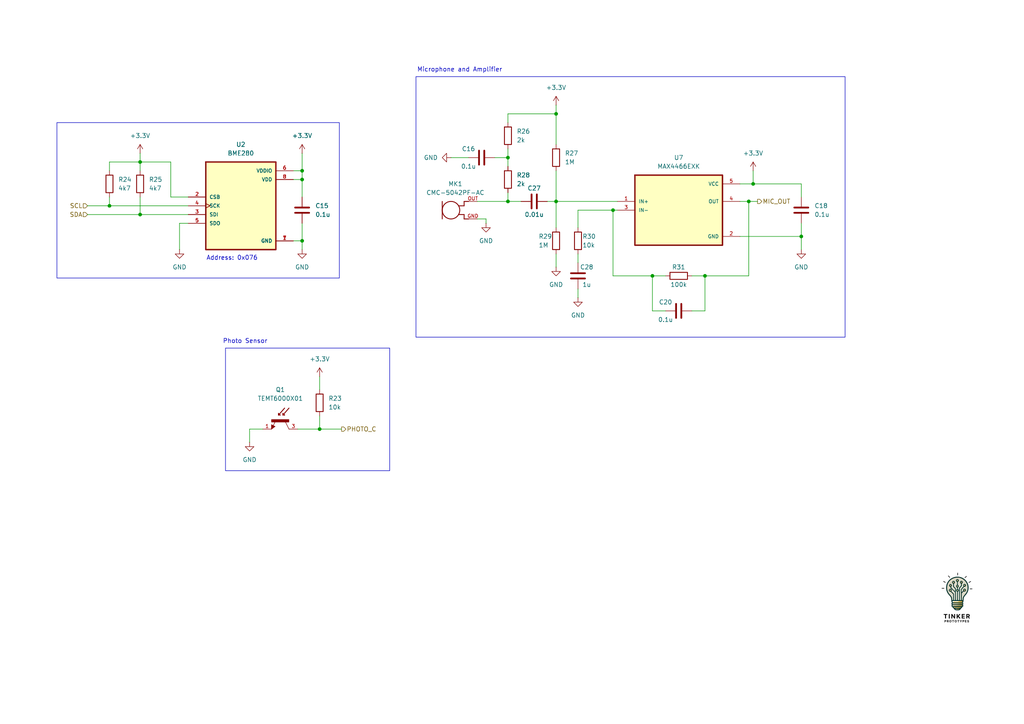
<source format=kicad_sch>
(kicad_sch (version 20250114) (generator "eeschema") (generator_version "9.0")
  (paper "A4")
  (title_block (title "Sensors") (date "2025-05-22") (rev "1") (company "Tinker Prototypes"))
  (lib_symbols
    (symbol "BME280:BME280" (pin_names (offset 1.016))
      (property "Reference" "U" (at -10.1662 13.3431 0))
      (property "Value" "BME280" (at -10.1683 -15.2524 0))
      (symbol "BME280_0_0"
        (rectangle (start -10.16 -12.7) (end 10.16 12.7) (stroke (width 0.4064)) (fill (type background)))
        (pin input line (at -15.24 2.54 0) (length 5.08) (name "CSB") (number "2"))
        (pin input clock (at -15.24 0 0) (length 5.08) (name "SCK") (number "4"))
        (pin bidirectional line (at -15.24 -2.54 0) (length 5.08) (name "SDI") (number "3"))
        (pin bidirectional line (at -15.24 -5.08 0) (length 5.08) (name "SDO") (number "5"))
        (pin power_in line (at 15.24 10.16 180) (length 5.08) (name "VDDIO") (number "6"))
        (pin power_in line (at 15.24 7.62 180) (length 5.08) (name "VDD") (number "8"))
        (pin power_in line (at 15.24 -10.16 180) (length 5.08) (name "GND") (number "1"))
        (pin power_in line (at 15.24 -10.16 180) (length 5.08) (name "GND") (number "7"))
      )
    )
    (symbol "CMC-5042PF-AC:CMC-5042PF-AC" (pin_names (offset 1.016))
      (property "Reference" "MK" (at -2.5424 5.0848 0))
      (property "Value" "CMC-5042PF-AC" (at -2.5442 -6.3606 0))
      (symbol "CMC-5042PF-AC_0_0"
        (polyline (pts (xy -2.54 2.54) (xy -2.54 -2.54)) (stroke (width 0.254)))
        (circle (center 0 0) (radius 2.54) (stroke (width 0.254)))
        (polyline (pts (xy 3.81 2.54) (xy 3.81 1.27)) (stroke (width 0.254)))
        (polyline (pts (xy 3.81 1.27) (xy 2.2352 1.27)) (stroke (width 0.254)))
        (polyline (pts (xy 3.81 -1.27) (xy 2.2352 -1.27)) (stroke (width 0.254)))
        (polyline (pts (xy 3.81 -2.54) (xy 3.81 -1.27)) (stroke (width 0.254)))
        (polyline (pts (xy 5.08 2.54) (xy 3.81 2.54)) (stroke (width 0.254)))
        (polyline (pts (xy 5.08 -2.54) (xy 3.81 -2.54)) (stroke (width 0.254)))
        (pin output line (at 7.62 2.54 180) (length 2.54) (name "~") (number "OUT"))
        (pin power_in line (at 7.62 -2.54 180) (length 2.54) (name "~") (number "GND"))
      )
    )
    (symbol "Device:C" (pin_numbers (hide yes)) (pin_names (offset 0.254))
      (property "Reference" "C" (at 0.635 2.54 0))
      (property "Value" "C" (at 0.635 -2.54 0))
      (symbol "C_0_1"
        (polyline (pts (xy -2.032 0.762) (xy 2.032 0.762)) (stroke (width 0.508)))
        (polyline (pts (xy -2.032 -0.762) (xy 2.032 -0.762)) (stroke (width 0.508)))
      )
      (symbol "C_1_1"
        (pin passive line (at 0 3.81 270) (length 2.794) (name "~") (number "1"))
        (pin passive line (at 0 -3.81 90) (length 2.794) (name "~") (number "2"))
      )
    )
    (symbol "Device:R" (pin_numbers (hide yes)) (pin_names (offset 0))
      (property "Reference" "R" (at 2.032 0 90))
      (property "Value" "R" (at 0 0 90))
      (symbol "R_0_1"
        (rectangle (start -1.016 -2.54) (end 1.016 2.54) (stroke (width 0.254)))
      )
      (symbol "R_1_1"
        (pin passive line (at 0 3.81 270) (length 1.27) (name "~") (number "1"))
        (pin passive line (at 0 -3.81 90) (length 1.27) (name "~") (number "2"))
      )
    )
    (symbol "MAX4466EXK:MAX4466EXK" (pin_names (offset 1.016))
      (property "Reference" "U" (at -12.7 11.16 0))
      (property "Value" "MAX4466EXK" (at -12.7 -14.16 0))
      (symbol "MAX4466EXK_0_0"
        (rectangle (start -12.7 -10.16) (end 12.7 10.16) (stroke (width 0.41)) (fill (type background)))
        (pin input line (at -17.78 2.54 0) (length 5.08) (name "IN+") (number "1"))
        (pin input line (at -17.78 0 0) (length 5.08) (name "IN-") (number "3"))
        (pin power_in line (at 17.78 7.62 180) (length 5.08) (name "VCC") (number "5"))
        (pin output line (at 17.78 2.54 180) (length 5.08) (name "OUT") (number "4"))
        (pin power_in line (at 17.78 -7.62 180) (length 5.08) (name "GND") (number "2"))
      )
    )
    (symbol "TEMT6000X01:TEMT6000X01" (pin_names (offset 1.016))
      (property "Reference" "Q" (at 5.0999 0 0))
      (property "Value" "TEMT6000X01" (at 5.0887 -2.5444 0))
      (symbol "TEMT6000X01_0_0"
        (polyline (pts (xy -3.556 2.54) (xy -1.524 0.762)) (stroke (width 0.254)))
        (polyline (pts (xy -3.556 1.27) (xy -1.524 -0.508)) (stroke (width 0.254)))
        (polyline (pts (xy -2.032 0.762) (xy -1.524 1.27)) (stroke (width 0.254)))
        (polyline (pts (xy -2.032 -0.508) (xy -1.524 0)) (stroke (width 0.254)))
        (polyline (pts (xy -1.524 1.27) (xy -1.524 0.762)) (stroke (width 0.254)))
        (polyline (pts (xy -1.524 0.762) (xy -2.032 0.762)) (stroke (width 0.254)))
        (polyline (pts (xy -1.524 0) (xy -1.524 -0.508)) (stroke (width 0.254)))
        (polyline (pts (xy -1.524 -0.508) (xy -2.032 -0.508)) (stroke (width 0.254)))
        (rectangle (start -0.2547 -2.5468) (end 0.508 2.54) (stroke (width 0.1)) (fill (type outline)))
        (polyline (pts (xy 1.27 -2.54) (xy 1.778 -1.524)) (stroke (width 0.1524)))
        (polyline (pts (xy 1.524 -2.286) (xy 1.905 -2.286)) (stroke (width 0.254)))
        (polyline (pts (xy 1.524 -2.413) (xy 2.286 -2.413)) (stroke (width 0.254)))
        (polyline (pts (xy 1.54 -2.04) (xy 0.308 -1.424)) (stroke (width 0.1524)))
        (polyline (pts (xy 1.778 -1.524) (xy 2.54 -2.54)) (stroke (width 0.1524)))
        (polyline (pts (xy 1.778 -1.778) (xy 1.524 -2.286)) (stroke (width 0.254)))
        (polyline (pts (xy 1.905 -2.286) (xy 1.778 -2.032)) (stroke (width 0.254)))
        (polyline (pts (xy 2.286 -2.413) (xy 1.778 -1.778)) (stroke (width 0.254)))
        (polyline (pts (xy 2.54 2.54) (xy 0.508 1.524)) (stroke (width 0.1524)))
        (polyline (pts (xy 2.54 -2.54) (xy 1.27 -2.54)) (stroke (width 0.1524)))
        (pin passive line (at 2.54 5.08 270) (length 2.54) (name "~") (number "3"))
        (pin passive line (at 2.54 -5.08 90) (length 2.54) (name "~") (number "1"))
      )
    )
    (symbol "power:+3.3V" (power) (pin_numbers (hide yes)) (pin_names (offset 0) (hide yes))
      (property "Value" "+3.3V" (at 0 3.556 0))
      (symbol "+3.3V_0_1"
        (polyline (pts (xy -0.762 1.27) (xy 0 2.54)))
        (polyline (pts (xy 0 2.54) (xy 0.762 1.27)))
        (polyline (pts (xy 0 0) (xy 0 2.54)))
      )
      (symbol "+3.3V_1_1"
        (pin power_in line (at 0 0 90) (length 0) (name "~") (number "1"))
      )
    )
    (symbol "power:GND" (power) (pin_numbers (hide yes)) (pin_names (offset 0) (hide yes))
      (property "Value" "GND" (at 0 -3.81 0))
      (symbol "GND_0_1"
        (polyline (pts (xy 0 0) (xy 0 -1.27) (xy 1.27 -1.27) (xy 0 -2.54) (xy -1.27 -1.27) (xy 0 -1.27)))
      )
      (symbol "GND_1_1"
        (pin power_in line (at 0 0 270) (length 0) (name "~") (number "1"))
      )
    )
  )
  (rectangle (start 65.405 100.965) (end 113.03 136.525))
  (rectangle (start 16.51 35.56) (end 98.425 80.645))
  (rectangle (start 120.65 22.225) (end 245.11 97.79))
  (text "Photo Sensor" (at 71.12 99.06 0) (effects (font (size 1.27 1.27))))
  (text "Microphone and Amplifier" (at 133.35 20.32 0) (effects (font (size 1.27 1.27))))
  (text "Address: 0x076" (at 67.31 74.93 0) (effects (font (size 1.27 1.27))))
  (junction (at 218.44 53.34))
  (junction (at 161.29 58.42))
  (junction (at 31.75 59.69))
  (junction (at 147.32 58.42))
  (junction (at 87.63 69.85))
  (junction (at 40.64 46.99))
  (junction (at 87.63 49.53))
  (junction (at 204.47 80.01))
  (junction (at 40.64 62.23))
  (junction (at 92.71 124.46))
  (junction (at 87.63 52.07))
  (junction (at 232.41 68.58))
  (junction (at 177.8 60.96))
  (junction (at 189.23 80.01))
  (junction (at 217.17 58.42))
  (junction (at 147.32 45.72))
  (junction (at 161.29 33.02))
  (wire (pts (xy 218.44 53.34) (xy 218.44 49.53)))
  (wire (pts (xy 147.32 35.56) (xy 147.32 33.02)))
  (wire (pts (xy 232.41 57.15) (xy 232.41 53.34)))
  (wire (pts (xy 25.4 59.69) (xy 31.75 59.69)))
  (wire (pts (xy 87.63 69.85) (xy 87.63 72.39)))
  (wire (pts (xy 147.32 33.02) (xy 161.29 33.02)))
  (wire (pts (xy 147.32 55.88) (xy 147.32 58.42)))
  (wire (pts (xy 200.66 90.17) (xy 204.47 90.17)))
  (wire (pts (xy 214.63 68.58) (xy 232.41 68.58)))
  (wire (pts (xy 161.29 30.48) (xy 161.29 33.02)))
  (wire (pts (xy 92.71 124.46) (xy 99.06 124.46)))
  (wire (pts (xy 87.63 49.53) (xy 87.63 44.45)))
  (wire (pts (xy 54.61 64.77) (xy 52.07 64.77)))
  (wire (pts (xy 193.04 80.01) (xy 189.23 80.01)))
  (wire (pts (xy 193.04 90.17) (xy 189.23 90.17)))
  (wire (pts (xy 140.97 63.5) (xy 140.97 64.77)))
  (wire (pts (xy 232.41 64.77) (xy 232.41 68.58)))
  (wire (pts (xy 31.75 59.69) (xy 54.61 59.69)))
  (wire (pts (xy 214.63 53.34) (xy 218.44 53.34)))
  (wire (pts (xy 31.75 49.53) (xy 31.75 46.99)))
  (wire (pts (xy 138.43 58.42) (xy 147.32 58.42)))
  (wire (pts (xy 85.09 49.53) (xy 87.63 49.53)))
  (wire (pts (xy 161.29 73.66) (xy 161.29 77.47)))
  (wire (pts (xy 52.07 64.77) (xy 52.07 72.39)))
  (wire (pts (xy 204.47 80.01) (xy 217.17 80.01)))
  (wire (pts (xy 217.17 80.01) (xy 217.17 58.42)))
  (wire (pts (xy 167.64 73.66) (xy 167.64 76.2)))
  (wire (pts (xy 161.29 33.02) (xy 161.29 41.91)))
  (wire (pts (xy 232.41 53.34) (xy 218.44 53.34)))
  (wire (pts (xy 25.4 62.23) (xy 40.64 62.23)))
  (wire (pts (xy 138.43 63.5) (xy 140.97 63.5)))
  (wire (pts (xy 87.63 64.77) (xy 87.63 69.85)))
  (wire (pts (xy 92.71 120.65) (xy 92.71 124.46)))
  (wire (pts (xy 87.63 52.07) (xy 87.63 49.53)))
  (wire (pts (xy 49.53 46.99) (xy 40.64 46.99)))
  (wire (pts (xy 40.64 57.15) (xy 40.64 62.23)))
  (wire (pts (xy 177.8 60.96) (xy 179.07 60.96)))
  (wire (pts (xy 92.71 109.22) (xy 92.71 113.03)))
  (wire (pts (xy 49.53 57.15) (xy 49.53 46.99)))
  (wire (pts (xy 76.2 124.46) (xy 72.39 124.46)))
  (wire (pts (xy 161.29 58.42) (xy 161.29 66.04)))
  (wire (pts (xy 189.23 80.01) (xy 177.8 80.01)))
  (wire (pts (xy 147.32 58.42) (xy 151.13 58.42)))
  (wire (pts (xy 167.64 83.82) (xy 167.64 86.36)))
  (wire (pts (xy 200.66 80.01) (xy 204.47 80.01)))
  (wire (pts (xy 158.75 58.42) (xy 161.29 58.42)))
  (wire (pts (xy 219.71 58.42) (xy 217.17 58.42)))
  (wire (pts (xy 167.64 60.96) (xy 177.8 60.96)))
  (wire (pts (xy 204.47 90.17) (xy 204.47 80.01)))
  (wire (pts (xy 85.09 69.85) (xy 87.63 69.85)))
  (wire (pts (xy 40.64 44.45) (xy 40.64 46.99)))
  (wire (pts (xy 167.64 60.96) (xy 167.64 66.04)))
  (wire (pts (xy 31.75 57.15) (xy 31.75 59.69)))
  (wire (pts (xy 92.71 124.46) (xy 86.36 124.46)))
  (wire (pts (xy 143.51 45.72) (xy 147.32 45.72)))
  (wire (pts (xy 177.8 80.01) (xy 177.8 60.96)))
  (wire (pts (xy 161.29 58.42) (xy 179.07 58.42)))
  (wire (pts (xy 217.17 58.42) (xy 214.63 58.42)))
  (wire (pts (xy 85.09 52.07) (xy 87.63 52.07)))
  (wire (pts (xy 87.63 52.07) (xy 87.63 57.15)))
  (wire (pts (xy 189.23 90.17) (xy 189.23 80.01)))
  (wire (pts (xy 147.32 45.72) (xy 147.32 48.26)))
  (wire (pts (xy 31.75 46.99) (xy 40.64 46.99)))
  (wire (pts (xy 147.32 43.18) (xy 147.32 45.72)))
  (wire (pts (xy 40.64 46.99) (xy 40.64 49.53)))
  (wire (pts (xy 40.64 62.23) (xy 54.61 62.23)))
  (wire (pts (xy 232.41 68.58) (xy 232.41 72.39)))
  (wire (pts (xy 130.81 45.72) (xy 135.89 45.72)))
  (wire (pts (xy 72.39 124.46) (xy 72.39 128.27)))
  (wire (pts (xy 161.29 49.53) (xy 161.29 58.42)))
  (wire (pts (xy 54.61 57.15) (xy 49.53 57.15)))
  (image (at 277.495 174.625) (scale 0.0521171))
  (hierarchical_label "SCL" (shape input) (at 25.4 59.69 180))
  (hierarchical_label "MIC_OUT" (shape output) (at 219.71 58.42 0))
  (hierarchical_label "PHOTO_C" (shape output) (at 99.06 124.46 0))
  (hierarchical_label "SDA" (shape input) (at 25.4 62.23 180))
  (symbol (lib_id "BME280:BME280") (at 69.85 59.69 0) (unit 1)
    (property "Reference" "U2" (at 69.85 41.91 0))
    (property "Value" "BME280" (at 69.85 44.45 0))
    (property "Footprint" "ESP32 Project Libraries:PSON65P250X250X100-8N" (effects (hide yes)))
    (property "MF" "Bosch" (effects (hide yes)))
    (property "DESCRIPTION" "Integrated pressure, humidity and temperature sensor; 8-pin 2.5x2.5x0.93mm LGA" (effects (hide yes)))
    (property "PACKAGE" "LGA-8 Bosch" (effects (hide yes)))
    (property "PRICE" "4.94 USD" (effects (hide yes)))
    (property "Package" "LGA-8 Bosch" (effects (hide yes)))
    (property "Check_prices" "https://www.snapeda.com/parts/BME280/Bosch+Sensortec/view-part/?ref=eda" (effects (hide yes)))
    (property "STANDARD" "IPC-7351B" (effects (hide yes)))
    (property "SnapEDA_Link" "https://www.snapeda.com/parts/BME280/Bosch+Sensortec/view-part/?ref=snap" (effects (hide yes)))
    (property "MP" "BME280" (effects (hide yes)))
    (property "Price" "None" (effects (hide yes)))
    (property "Availability" "In Stock" (effects (hide yes)))
    (property "AVAILABILITY" "Good" (effects (hide yes)))
    (property "Description_1" "Board Mount Humidity Sensors MEMS humidity, pressure and temperature sensor" (effects (hide yes)))
  )
  (symbol (lib_id "Device:R") (at 196.85 80.01 90) (unit 1)
    (property "Reference" "R31" (at 196.85 77.47 90))
    (property "Value" "100k" (at 196.85 82.55 90))
    (property "Footprint" "Resistor_SMD:R_0805_2012Metric_Pad1.20x1.40mm_HandSolder" (effects (hide yes)))
    (property "Description" "Resistor" (effects (hide yes)))
  )
  (symbol (lib_id "power:GND") (at 167.64 86.36 0) (unit 1)
    (property "Reference" "#PWR051" (effects (hide yes)))
    (property "Value" "GND" (at 167.64 91.44 0))
    (property "Description" "Power symbol creates a global label with name \"GND\" , ground" (effects (hide yes)))
  )
  (symbol (lib_id "Device:R") (at 161.29 45.72 0) (unit 1)
    (property "Reference" "R27" (at 163.83 44.4499 0) (effects (justify left)))
    (property "Value" "1M" (at 163.83 46.9899 0) (effects (justify left)))
    (property "Footprint" "Resistor_SMD:R_0805_2012Metric_Pad1.20x1.40mm_HandSolder" (effects (hide yes)))
    (property "Description" "Resistor" (effects (hide yes)))
  )
  (symbol (lib_id "power:+3.3V") (at 218.44 49.53 0) (unit 1)
    (property "Reference" "#PWR049" (effects (hide yes)))
    (property "Value" "+3.3V" (at 218.44 44.45 0))
    (property "Description" "Power symbol creates a global label with name \"+3.3V\"" (effects (hide yes)))
  )
  (symbol (lib_id "Device:C") (at 167.64 80.01 0) (unit 1)
    (property "Reference" "C28" (at 170.18 77.47 0))
    (property "Value" "1u" (at 170.18 82.55 0))
    (property "Footprint" "Capacitor_SMD:C_0805_2012Metric_Pad1.18x1.45mm_HandSolder" (effects (hide yes)))
    (property "Description" "Unpolarized capacitor" (effects (hide yes)))
  )
  (symbol (lib_id "Device:R") (at 31.75 53.34 0) (unit 1)
    (property "Reference" "R24" (at 34.29 52.0699 0) (effects (justify left)))
    (property "Value" "4k7" (at 34.29 54.6099 0) (effects (justify left)))
    (property "Footprint" "Resistor_SMD:R_0805_2012Metric_Pad1.20x1.40mm_HandSolder" (effects (hide yes)))
    (property "Description" "Resistor" (effects (hide yes)))
  )
  (symbol (lib_id "power:+3.3V") (at 40.64 44.45 0) (unit 1)
    (property "Reference" "#PWR043" (effects (hide yes)))
    (property "Value" "+3.3V" (at 40.64 39.37 0))
    (property "Description" "Power symbol creates a global label with name \"+3.3V\"" (effects (hide yes)))
  )
  (symbol (lib_id "Device:R") (at 147.32 39.37 0) (unit 1)
    (property "Reference" "R26" (at 149.86 38.0999 0) (effects (justify left)))
    (property "Value" "2k" (at 149.86 40.6399 0) (effects (justify left)))
    (property "Footprint" "Resistor_SMD:R_0805_2012Metric_Pad1.20x1.40mm_HandSolder" (effects (hide yes)))
    (property "Description" "Resistor" (effects (hide yes)))
  )
  (symbol (lib_id "Device:R") (at 147.32 52.07 0) (unit 1)
    (property "Reference" "R28" (at 149.86 50.7999 0) (effects (justify left)))
    (property "Value" "2k" (at 149.86 53.3399 0) (effects (justify left)))
    (property "Footprint" "Resistor_SMD:R_0805_2012Metric_Pad1.20x1.40mm_HandSolder" (effects (hide yes)))
    (property "Description" "Resistor" (effects (hide yes)))
  )
  (symbol (lib_id "TEMT6000X01:TEMT6000X01") (at 81.28 121.92 270) (unit 1)
    (property "Reference" "Q1" (at 81.3054 113.03 90))
    (property "Value" "TEMT6000X01" (at 81.3054 115.57 90))
    (property "Footprint" "ESP32 Project Libraries:TRANS_TEMT6000X01" (effects (hide yes)))
    (property "MF" "Vishay Semiconductor" (effects (hide yes)))
    (property "Description_1" "Phototransistors 570nm Top View 1206 (3216 Metric)" (effects (hide yes)))
    (property "Package" "1206 Vishay" (effects (hide yes)))
    (property "Price" "None" (effects (hide yes)))
    (property "Check_prices" "https://www.snapeda.com/parts/TEMT6000X01/Vishay+Semiconductor+Opto+Division/view-part/?ref=eda" (effects (hide yes)))
    (property "STANDARD" "Manufacturer Recommendations" (effects (hide yes)))
    (property "PARTREV" "1.9" (effects (hide yes)))
    (property "SnapEDA_Link" "https://www.snapeda.com/parts/TEMT6000X01/Vishay+Semiconductor+Opto+Division/view-part/?ref=snap" (effects (hide yes)))
    (property "MP" "TEMT6000X01" (effects (hide yes)))
    (property "Availability" "In Stock" (effects (hide yes)))
    (property "MANUFACTURER" "VISHAY" (effects (hide yes)))
  )
  (symbol (lib_id "power:+3.3V") (at 161.29 30.48 0) (unit 1)
    (property "Reference" "#PWR052" (effects (hide yes)))
    (property "Value" "+3.3V" (at 161.29 25.4 0))
    (property "Description" "Power symbol creates a global label with name \"+3.3V\"" (effects (hide yes)))
  )
  (symbol (lib_id "Device:R") (at 167.64 69.85 0) (unit 1)
    (property "Reference" "R30" (at 168.91 68.58 0) (effects (justify left)))
    (property "Value" "10k" (at 168.91 71.12 0) (effects (justify left)))
    (property "Footprint" "Resistor_SMD:R_0805_2012Metric_Pad1.20x1.40mm_HandSolder" (effects (hide yes)))
    (property "Description" "Resistor" (effects (hide yes)))
  )
  (symbol (lib_id "CMC-5042PF-AC:CMC-5042PF-AC") (at 130.81 60.96 0) (unit 1)
    (property "Reference" "MK1" (at 132.08 53.34 0))
    (property "Value" "CMC-5042PF-AC" (at 132.08 55.88 0))
    (property "Footprint" "ESP32 Project Libraries:CUI_CMC-5042PF-AC" (effects (hide yes)))
    (property "MF" "Same Sky" (effects (hide yes)))
    (property "Description_1" "6.0 mm, Omnidirectional, PCB Mount, 2.0 Vdc, Electret Condenser Microphone" (effects (hide yes)))
    (property "Package" "None" (effects (hide yes)))
    (property "Price" "None" (effects (hide yes)))
    (property "Check_prices" "https://www.snapeda.com/parts/CMC-5042PF-AC/Same+Sky/view-part/?ref=eda" (effects (hide yes)))
    (property "STANDARD" "Manufacturer recommendations" (effects (hide yes)))
    (property "SnapEDA_Link" "https://www.snapeda.com/parts/CMC-5042PF-AC/Same+Sky/view-part/?ref=snap" (effects (hide yes)))
    (property "MP" "CMC-5042PF-AC" (effects (hide yes)))
    (property "Availability" "In Stock" (effects (hide yes)))
    (property "MANUFACTURER" "CUI INC" (effects (hide yes)))
  )
  (symbol (lib_id "power:+3.3V") (at 92.71 109.22 0) (unit 1)
    (property "Reference" "#PWR048" (effects (hide yes)))
    (property "Value" "+3.3V" (at 92.71 104.14 0))
    (property "Description" "Power symbol creates a global label with name \"+3.3V\"" (effects (hide yes)))
  )
  (symbol (lib_id "Device:C") (at 196.85 90.17 270) (unit 1)
    (property "Reference" "C20" (at 193.04 87.63 90))
    (property "Value" "0.1u" (at 193.04 92.71 90))
    (property "Footprint" "Capacitor_SMD:C_0805_2012Metric_Pad1.18x1.45mm_HandSolder" (effects (hide yes)))
    (property "Description" "Unpolarized capacitor" (effects (hide yes)))
  )
  (symbol (lib_id "Device:C") (at 139.7 45.72 270) (unit 1)
    (property "Reference" "C16" (at 135.89 43.18 90))
    (property "Value" "0.1u" (at 135.89 48.26 90))
    (property "Footprint" "Capacitor_SMD:C_0805_2012Metric_Pad1.18x1.45mm_HandSolder" (effects (hide yes)))
    (property "Description" "Unpolarized capacitor" (effects (hide yes)))
  )
  (symbol (lib_id "power:+3.3V") (at 87.63 44.45 0) (unit 1)
    (property "Reference" "#PWR046" (effects (hide yes)))
    (property "Value" "+3.3V" (at 87.63 39.37 0))
    (property "Description" "Power symbol creates a global label with name \"+3.3V\"" (effects (hide yes)))
  )
  (symbol (lib_id "power:GND") (at 140.97 64.77 0) (unit 1)
    (property "Reference" "#PWR054" (effects (hide yes)))
    (property "Value" "GND" (at 140.97 69.85 0))
    (property "Description" "Power symbol creates a global label with name \"GND\" , ground" (effects (hide yes)))
  )
  (symbol (lib_id "power:GND") (at 52.07 72.39 0) (unit 1)
    (property "Reference" "#PWR045" (effects (hide yes)))
    (property "Value" "GND" (at 52.07 77.47 0))
    (property "Description" "Power symbol creates a global label with name \"GND\" , ground" (effects (hide yes)))
  )
  (symbol (lib_id "power:GND") (at 130.81 45.72 270) (unit 1)
    (property "Reference" "#PWR053" (effects (hide yes)))
    (property "Value" "GND" (at 127 45.7199 90) (effects (justify right)))
    (property "Description" "Power symbol creates a global label with name \"GND\" , ground" (effects (hide yes)))
  )
  (symbol (lib_id "MAX4466EXK:MAX4466EXK") (at 196.85 60.96 0) (unit 1)
    (property "Reference" "U7" (at 196.85 45.72 0))
    (property "Value" "MAX4466EXK" (at 196.85 48.26 0))
    (property "Footprint" "ESP32 Project Libraries:SOT65P210X110-5N" (effects (hide yes)))
    (property "MF" "Analog Devices" (effects (hide yes)))
    (property "Description_1" "Amplifier IC 1-Channel (Mono) Class AB SC-70-5" (effects (hide yes)))
    (property "Package" "SC-70-5 Maxim" (effects (hide yes)))
    (property "Price" "None" (effects (hide yes)))
    (property "SnapEDA_Link" "https://www.snapeda.com/parts/MAX4466EXK/Analog+Devices/view-part/?ref=snap" (effects (hide yes)))
    (property "MP" "MAX4466EXK" (effects (hide yes)))
    (property "Availability" "In Stock" (effects (hide yes)))
    (property "Check_prices" "https://www.snapeda.com/parts/MAX4466EXK/Analog+Devices/view-part/?ref=eda" (effects (hide yes)))
  )
  (symbol (lib_id "Device:C") (at 154.94 58.42 270) (unit 1)
    (property "Reference" "C27" (at 154.94 54.61 90))
    (property "Value" "0.01u" (at 154.94 62.23 90))
    (property "Footprint" "Capacitor_SMD:C_0805_2012Metric_Pad1.18x1.45mm_HandSolder" (effects (hide yes)))
    (property "Description" "Unpolarized capacitor" (effects (hide yes)))
  )
  (symbol (lib_id "power:GND") (at 87.63 72.39 0) (unit 1)
    (property "Reference" "#PWR044" (effects (hide yes)))
    (property "Value" "GND" (at 87.63 77.47 0))
    (property "Description" "Power symbol creates a global label with name \"GND\" , ground" (effects (hide yes)))
  )
  (symbol (lib_id "Device:R") (at 40.64 53.34 0) (unit 1)
    (property "Reference" "R25" (at 43.18 52.0699 0) (effects (justify left)))
    (property "Value" "4k7" (at 43.18 54.6099 0) (effects (justify left)))
    (property "Footprint" "Resistor_SMD:R_0805_2012Metric_Pad1.20x1.40mm_HandSolder" (effects (hide yes)))
    (property "Description" "Resistor" (effects (hide yes)))
  )
  (symbol (lib_id "power:GND") (at 72.39 128.27 0) (unit 1)
    (property "Reference" "#PWR047" (effects (hide yes)))
    (property "Value" "GND" (at 72.39 133.35 0))
    (property "Description" "Power symbol creates a global label with name \"GND\" , ground" (effects (hide yes)))
  )
  (symbol (lib_id "Device:R") (at 92.71 116.84 0) (unit 1)
    (property "Reference" "R23" (at 95.25 115.5699 0) (effects (justify left)))
    (property "Value" "10k" (at 95.25 118.1099 0) (effects (justify left)))
    (property "Footprint" "Resistor_SMD:R_0805_2012Metric_Pad1.20x1.40mm_HandSolder" (effects (hide yes)))
    (property "Description" "Resistor" (effects (hide yes)))
  )
  (symbol (lib_id "power:GND") (at 232.41 72.39 0) (unit 1)
    (property "Reference" "#PWR050" (effects (hide yes)))
    (property "Value" "GND" (at 232.41 77.47 0))
    (property "Description" "Power symbol creates a global label with name \"GND\" , ground" (effects (hide yes)))
  )
  (symbol (lib_id "Device:R") (at 161.29 69.85 0) (unit 1)
    (property "Reference" "R29" (at 156.21 68.58 0) (effects (justify left)))
    (property "Value" "1M" (at 156.21 71.12 0) (effects (justify left)))
    (property "Footprint" "Resistor_SMD:R_0805_2012Metric_Pad1.20x1.40mm_HandSolder" (effects (hide yes)))
    (property "Description" "Resistor" (effects (hide yes)))
  )
  (symbol (lib_id "Device:C") (at 87.63 60.96 0) (unit 1)
    (property "Reference" "C15" (at 91.44 59.6899 0) (effects (justify left)))
    (property "Value" "0.1u" (at 91.44 62.2299 0) (effects (justify left)))
    (property "Footprint" "Capacitor_SMD:C_0805_2012Metric_Pad1.18x1.45mm_HandSolder" (effects (hide yes)))
    (property "Description" "Unpolarized capacitor" (effects (hide yes)))
  )
  (symbol (lib_id "power:GND") (at 161.29 77.47 0) (unit 1)
    (property "Reference" "#PWR055" (effects (hide yes)))
    (property "Value" "GND" (at 161.29 82.55 0))
    (property "Description" "Power symbol creates a global label with name \"GND\" , ground" (effects (hide yes)))
  )
  (symbol (lib_id "Device:C") (at 232.41 60.96 0) (unit 1)
    (property "Reference" "C18" (at 236.22 59.6899 0) (effects (justify left)))
    (property "Value" "0.1u" (at 236.22 62.2299 0) (effects (justify left)))
    (property "Footprint" "Capacitor_SMD:C_0805_2012Metric_Pad1.18x1.45mm_HandSolder" (effects (hide yes)))
    (property "Description" "Unpolarized capacitor" (effects (hide yes)))
  )
)
</source>
